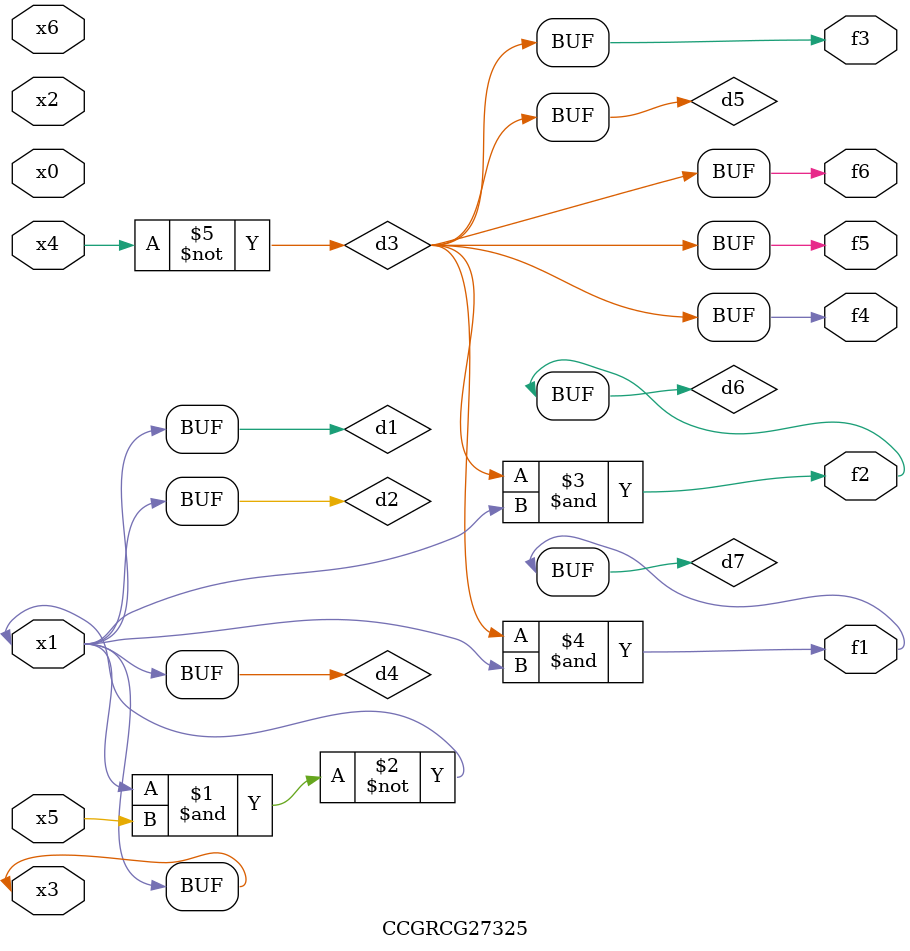
<source format=v>
module CCGRCG27325(
	input x0, x1, x2, x3, x4, x5, x6,
	output f1, f2, f3, f4, f5, f6
);

	wire d1, d2, d3, d4, d5, d6, d7;

	buf (d1, x1, x3);
	nand (d2, x1, x5);
	not (d3, x4);
	buf (d4, d1, d2);
	buf (d5, d3);
	and (d6, d3, d4);
	and (d7, d3, d4);
	assign f1 = d7;
	assign f2 = d6;
	assign f3 = d5;
	assign f4 = d5;
	assign f5 = d5;
	assign f6 = d5;
endmodule

</source>
